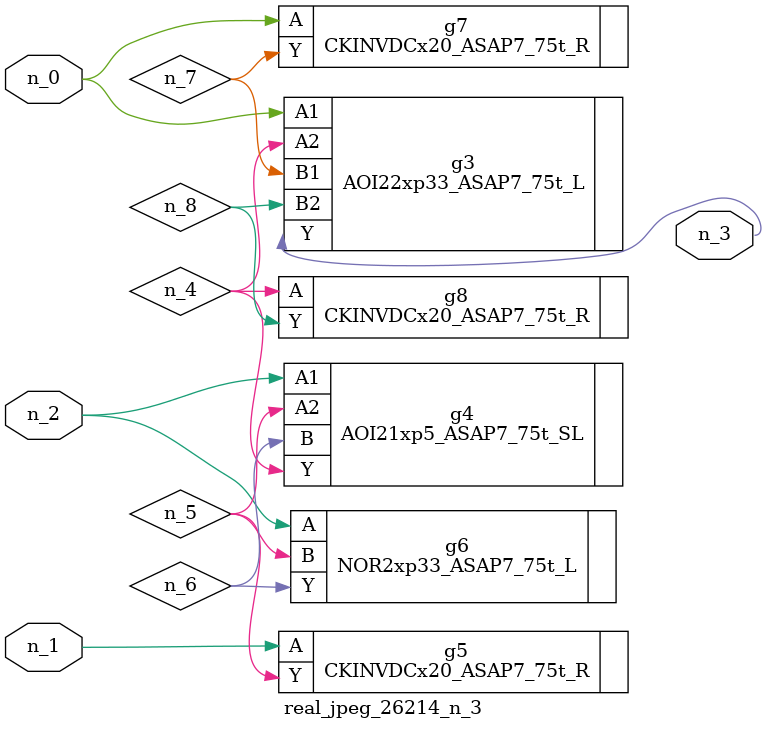
<source format=v>
module real_jpeg_26214_n_3 (n_1, n_0, n_2, n_3);

input n_1;
input n_0;
input n_2;

output n_3;

wire n_5;
wire n_8;
wire n_4;
wire n_6;
wire n_7;

AOI22xp33_ASAP7_75t_L g3 ( 
.A1(n_0),
.A2(n_4),
.B1(n_7),
.B2(n_8),
.Y(n_3)
);

CKINVDCx20_ASAP7_75t_R g7 ( 
.A(n_0),
.Y(n_7)
);

CKINVDCx20_ASAP7_75t_R g5 ( 
.A(n_1),
.Y(n_5)
);

AOI21xp5_ASAP7_75t_SL g4 ( 
.A1(n_2),
.A2(n_5),
.B(n_6),
.Y(n_4)
);

NOR2xp33_ASAP7_75t_L g6 ( 
.A(n_2),
.B(n_5),
.Y(n_6)
);

CKINVDCx20_ASAP7_75t_R g8 ( 
.A(n_4),
.Y(n_8)
);


endmodule
</source>
